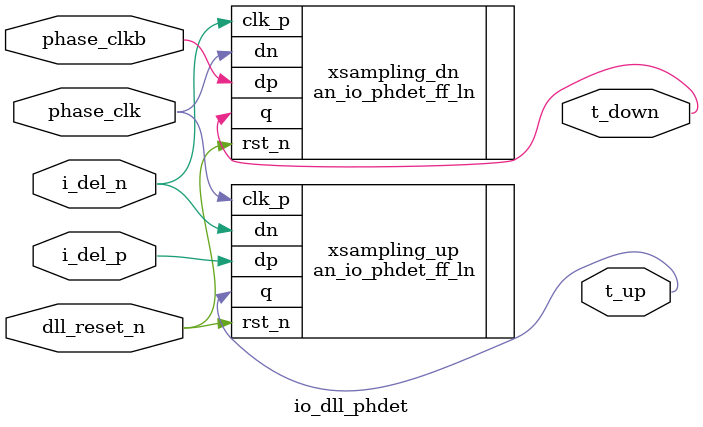
<source format=v>



module io_dll_phdet (
   input  wire         i_del_p,            // phase detector input, from delay chain output
   input  wire         i_del_n,            // phase detector complementary input, from delay chain output
   input  wire         phase_clk,          // clock for phase detector
   input  wire         phase_clkb,         // complementary clock for phase detector
   input  wire         dll_reset_n,
   output wire         t_up,               // output of phase detector
   output wire         t_down              // output of phase detector
);

`ifdef TIMESCALE_EN
  timeunit 1ps;
  timeprecision 1ps;
`endif

/*
always @(posedge phase_clk or negedge dll_reset_n)
  if (~dll_reset_n)                         {t_up,t_down} <= #FF_DELAY 2'b00;
  else if ({i_del_p,i_del_n} == 2'b10)  {t_up,t_down} <= #FF_DELAY 2'b10;
  else if ({i_del_p,i_del_n} == 2'b01)  {t_up,t_down} <= #FF_DELAY 2'b01;
  else                                  {t_up,t_down} <= #FF_DELAY 2'b00;
*/

an_io_phdet_ff_ln xsampling_up (
      .dp(i_del_p),
      .dn(i_del_n),
      .clk_p(phase_clk),
      .rst_n(dll_reset_n),
      .q(t_up)
);

an_io_phdet_ff_ln xsampling_dn (
      .dp(phase_clkb),
      .dn(phase_clk),
      .clk_p(i_del_n),
      .rst_n(dll_reset_n),
      .q(t_down)
);

endmodule // io_dll_phdet

</source>
